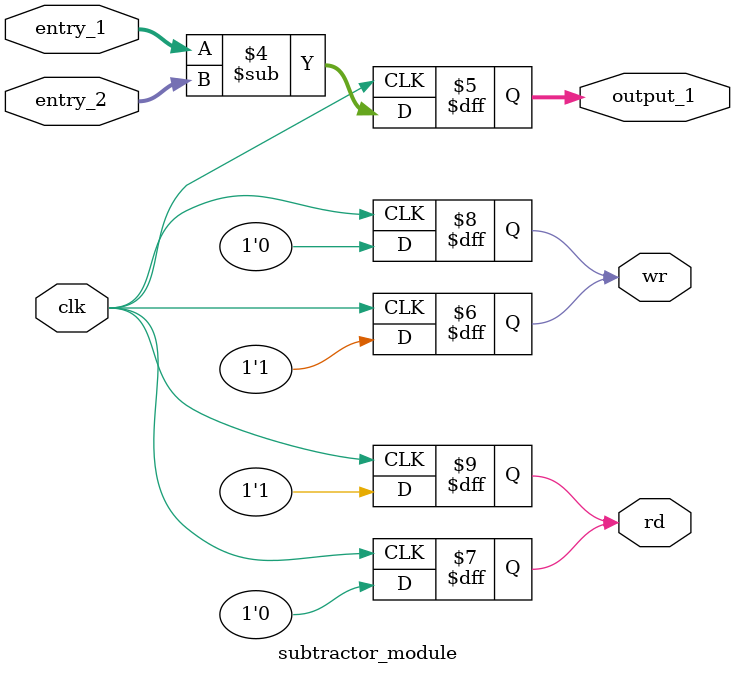
<source format=v>
module subtractor_module (
clk,
rd,
wr,
entry_1,
entry_2,
output_1
);

/*
 * We define the entries and outputs
 */

input clk;
input [15:0] entry_1;
input [15:0] entry_2; 
output [15:0] output_1;
output wr;
output rd;


/*
 * We define the type of outputs
 * 
 */
	
 reg [15:0] output_1;
 reg wr;
 reg rd;
 
 /*
 * We enable rd
 * 
 */
 always @(posedge clk)
 begin
	wr = 1'b0;
	rd = 1'b1;
 end
 
 /*
 * We enable wr
 * 
 */
 always @(negedge clk)
 begin
	wr = 1'b1;
	rd = 1'b0;
 end


 /*
 * We make the subtract operation.
 * 
 */
 
 always @(posedge clk)
 begin
  output_1 = entry_1 - entry_2;
 end


endmodule // end subtractor_module
</source>
